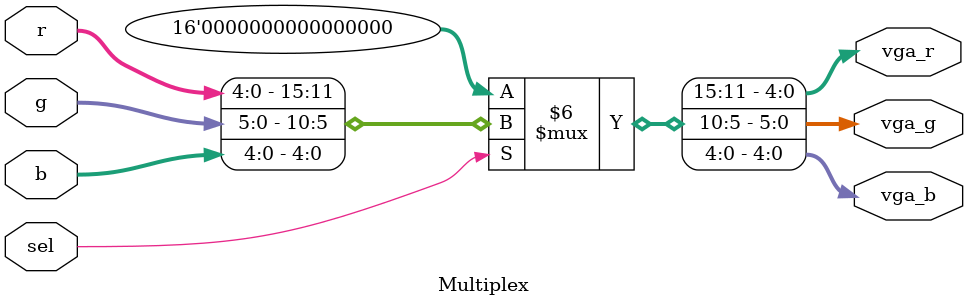
<source format=v>
`timescale 1ns / 1ps


module Multiplex(
    input wire sel,
    input wire [4:0] r,
    input wire [5:0] g,
    input wire [4:0] b,
    output reg [4:0] vga_r = 0,
    output reg [5:0] vga_g = 0,
    output reg [4:0] vga_b = 0
    );
    
always @ ( sel, r, b, g ) // rgb just for warning 
begin
    case ( sel )
        1'b0: 
            begin
                {vga_r, vga_g, vga_b} <= 16'b0;
                //vga_r <= 5'b11111;
                //vga_b <= 6'b111111;
                //vga_g <= 5'b11111;
            end
        default:
            begin
                {vga_r, vga_g, vga_b} <= {r, g, b};
                //vga_r <= r;
                //vga_b <= b;
                //vga_g <= g;
            end
     endcase
end 
endmodule

</source>
